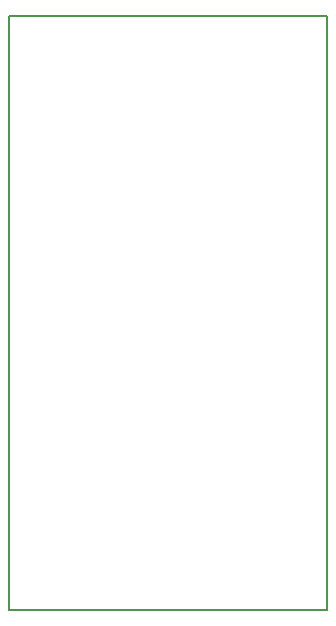
<source format=gbr>
%TF.GenerationSoftware,KiCad,Pcbnew,6.0.11+dfsg-1~bpo11+1*%
%TF.CreationDate,2023-04-12T09:04:15+00:00*%
%TF.ProjectId,PINHOLDER01,50494e48-4f4c-4444-9552-30312e6b6963,01A*%
%TF.SameCoordinates,Original*%
%TF.FileFunction,Profile,NP*%
%FSLAX46Y46*%
G04 Gerber Fmt 4.6, Leading zero omitted, Abs format (unit mm)*
G04 Created by KiCad (PCBNEW 6.0.11+dfsg-1~bpo11+1) date 2023-04-12 09:04:15*
%MOMM*%
%LPD*%
G01*
G04 APERTURE LIST*
%TA.AperFunction,Profile*%
%ADD10C,0.200000*%
%TD*%
G04 APERTURE END LIST*
D10*
X136240000Y-115810000D02*
X136240000Y-65510000D01*
X109349179Y-115807146D02*
X109349179Y-65515146D01*
X109349179Y-115807146D02*
X136240000Y-115810000D01*
X109349179Y-65515146D02*
X136240000Y-65510000D01*
M02*

</source>
